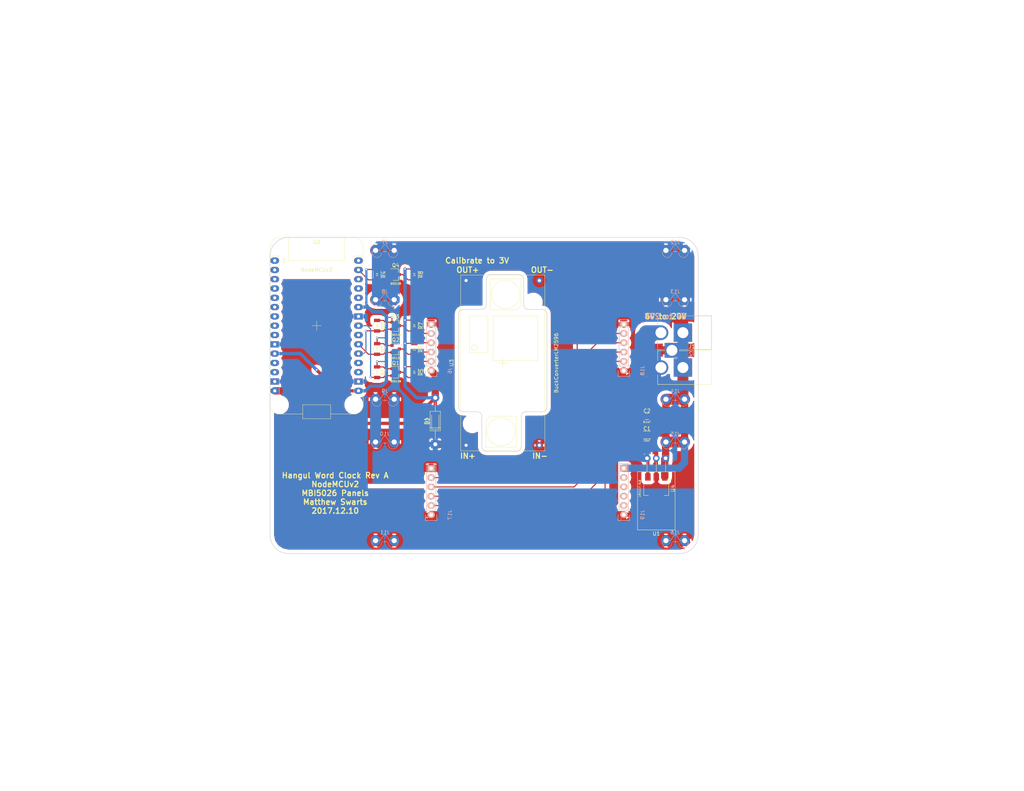
<source format=kicad_pcb>
(kicad_pcb (version 4) (host pcbnew 4.0.4-stable)
  (title_block (title "Hangul Word Clock NodeMCUv2") (date 2017-12-10) (rev A) (company "Matthew Swarts"))
  (layers (0 F.Cu signal) (31 B.Cu signal) (34 B.Paste user) (35 F.Paste user) (36 B.SilkS user) (37 F.SilkS user) (38 B.Mask user) (39 F.Mask user) (44 Edge.Cuts user))
  (net 0 "")
  (net 1 V5.0)
  (net 2 GND)
  (net 3 Vin)
  (net 4 VLED)
  (net 5 PClock)
  (net 6 PData)
  (net 7 PEnable)
  (net 8 PStrobe)
  (net 9 B)
  (net 10 C)
  (net 11 D)
  (net 12 E)
  (net 13 V3.3)
  (net 14 PClock3.3)
  (net 15 PData3.3)
  (net 16 PEnable3.3)
  (net 17 PStrobe3.3)
  (module MyKiCadParts:LM2596Module (layer F.Cu) (at 137.16 99.06 90)
    (fp_text reference U3 (at 0 -13.97 90) (layer F.SilkS))
    (fp_text value BuckConverterLM2596 (at 0 14.605 90) (layer F.SilkS))
    (pad "" np_thru_hole circle (at -16.59 -8.32 90) (size 3.2 3.2) (drill 3.2) (layers *.Cu *.Mask))
    (pad "" np_thru_hole circle (at 16.59 8.32 90) (size 3.2 3.2) (drill 3.2) (layers *.Cu *.Mask))
    (pad 1 thru_hole circle (at -22.5 -10 90) (size 1.7 1.7) (drill 0.85) (layers *.Cu *.Mask) (net 3 Vin))
    (pad 2 thru_hole circle (at -22.5 10 90) (size 1.7 1.7) (drill 0.85) (layers *.Cu *.Mask) (net 2 GND))
    (pad 3 thru_hole circle (at 22.5 10 90) (size 1.7 1.7) (drill 0.85) (layers *.Cu *.Mask) (net 2 GND))
    (pad 4 thru_hole circle (at 22.5 -10 90) (size 1.7 1.7) (drill 0.85) (layers *.Cu *.Mask) (net 4 VLED))
  )
  (module Capacitors_SMD:C_1206 (layer F.Cu) (at 176.53 118.745)
    (fp_text reference C1 (at 0 -1.75) (layer F.SilkS))
    (fp_text value 10uF (at 0 1.5) (layer F.SilkS) (effects (font (size 0.5 0.5) (thickness 0.1))))
    (pad 1 smd rect (at -1.5 0) (size 1 1.6) (layers F.Cu F.Paste F.Mask) (net 1 V5.0))
    (pad 2 smd rect (at 1.5 0) (size 1 1.6) (layers F.Cu F.Paste F.Mask) (net 2 GND))
  )
  (module Capacitors_SMD:C_0805 (layer F.Cu) (at 176.53 113.665)
    (fp_text reference C2 (at 0 -1.5) (layer F.SilkS))
    (fp_text value 0.1uF (at 0 1.5) (layer F.SilkS) (effects (font (size 0.5 0.5) (thickness 0.1))))
    (pad 1 smd rect (at -1 0) (size 1 1.25) (layers F.Cu F.Paste F.Mask) (net 1 V5.0))
    (pad 2 smd rect (at 1 0) (size 1 1.25) (layers F.Cu F.Paste F.Mask) (net 2 GND))
  )
  (module Diodes_THT:D_DO-41_SOD81_P12.70mm_Horizontal (layer F.Cu) (at 118.745 121.285 90)
    (fp_text reference D1 (at 6.35 -2.41 90) (layer F.SilkS))
    (fp_text value D)
    (pad 1 thru_hole rect (at 0 0 90) (size 2.2 2.2) (drill 1.1) (layers *.Cu *.Mask) (net 3 Vin))
    (pad 2 thru_hole oval (at 12.7 0 90) (size 2.2 2.2) (drill 1.1) (layers *.Cu *.Mask) (net 1 V5.0))
  )
  (module Connectors:BARREL_JACK (layer F.Cu) (at 180.34 100.33 180)
    (fp_text reference J1 (at -8.45 5.75 360) (layer F.SilkS))
    (fp_text value Barrel_Jack)
    (pad 1 thru_hole oval (at 0 0 180) (size 8 4) (drill 3 (offset 2 0)) (layers *.Cu *.Mask) (net 3 Vin))
    (pad 2 thru_hole rect (at -6 0 180) (size 5 5) (drill 3) (layers *.Cu *.Mask) (net 2 GND))
    (pad 3 thru_hole rect (at -3 4.7 180) (size 4 4) (drill 3) (layers *.Cu *.Mask) (net 2 GND))
  )
  (module Socket_Strips:Socket_Strip_Straight_1x06 (layer B.Cu) (at 117.625 101.175 90)
    (fp_text reference J6 (at 0 5.1 90) (layer B.SilkS) (effects (justify mirror)))
    (fp_text value Conn_01x06)
    (pad 1 thru_hole oval (at 0 0 90) (size 1.7272 2.032) (drill 1.016) (layers *.Cu *.Mask B.SilkS) (net 1 V5.0))
    (pad 2 thru_hole oval (at 2.54 0 90) (size 1.7272 2.032) (drill 1.016) (layers *.Cu *.Mask B.SilkS) (net 5 PClock))
    (pad 3 thru_hole oval (at 5.08 0 90) (size 1.7272 2.032) (drill 1.016) (layers *.Cu *.Mask B.SilkS) (net 6 PData))
    (pad 4 thru_hole oval (at 7.62 0 90) (size 1.7272 2.032) (drill 1.016) (layers *.Cu *.Mask B.SilkS) (net 7 PEnable))
    (pad 5 thru_hole oval (at 10.16 0 90) (size 1.7272 2.032) (drill 1.016) (layers *.Cu *.Mask B.SilkS) (net 8 PStrobe))
    (pad 6 thru_hole rect (at 12.7 0 90) (size 1.7272 2.032) (drill 1.016) (layers *.Cu *.Mask B.SilkS) (net 2 GND))
  )
  (module MyKiCadParts:1217080-1 (layer B.Cu) (at 104.99598 68.64096)
    (fp_text reference J7 (at 0 -2.54) (layer B.SilkS) (effects (justify mirror)))
    (fp_text value Conn_01x01)
    (pad 1 thru_hole circle (at -2.54 -0.3048) (size 2.8 2.8) (drill 1.4) (layers *.Cu *.Mask) (net 4 VLED))
    (pad 1 thru_hole circle (at 2.54 -0.3048) (size 2.8 2.8) (drill 1.4) (layers *.Cu *.Mask) (net 4 VLED))
  )
  (module MyKiCadParts:1217080-1 (layer B.Cu) (at 104.99344 82.10296)
    (fp_text reference J8 (at 0 -2.54) (layer B.SilkS) (effects (justify mirror)))
    (fp_text value Conn_01x01)
    (pad 1 thru_hole circle (at -2.54 -0.3048) (size 2.8 2.8) (drill 1.4) (layers *.Cu *.Mask) (net 4 VLED))
    (pad 1 thru_hole circle (at 2.54 -0.3048) (size 2.8 2.8) (drill 1.4) (layers *.Cu *.Mask) (net 4 VLED))
  )
  (module MyKiCadParts:1217080-1 (layer B.Cu) (at 104.99344 109.28096)
    (fp_text reference J9 (at 0 -2.54) (layer B.SilkS) (effects (justify mirror)))
    (fp_text value Conn_01x01)
    (pad 1 thru_hole circle (at -2.54 -0.3048) (size 2.8 2.8) (drill 1.4) (layers *.Cu *.Mask) (net 2 GND))
    (pad 1 thru_hole circle (at 2.54 -0.3048) (size 2.8 2.8) (drill 1.4) (layers *.Cu *.Mask) (net 2 GND))
  )
  (module MyKiCadParts:1217080-1 (layer B.Cu) (at 104.99344 120.96496)
    (fp_text reference J10 (at 0 -2.54) (layer B.SilkS) (effects (justify mirror)))
    (fp_text value Conn_01x01)
    (pad 1 thru_hole circle (at -2.54 -0.3048) (size 2.8 2.8) (drill 1.4) (layers *.Cu *.Mask) (net 2 GND))
    (pad 1 thru_hole circle (at 2.54 -0.3048) (size 2.8 2.8) (drill 1.4) (layers *.Cu *.Mask) (net 2 GND))
  )
  (module MyKiCadParts:1217080-1 (layer B.Cu) (at 104.99344 147.88896)
    (fp_text reference J11 (at 0 -2.54) (layer B.SilkS) (effects (justify mirror)))
    (fp_text value Conn_01x01)
    (pad 1 thru_hole circle (at -2.54 -0.3048) (size 2.8 2.8) (drill 1.4) (layers *.Cu *.Mask) (net 1 V5.0))
    (pad 1 thru_hole circle (at 2.54 -0.3048) (size 2.8 2.8) (drill 1.4) (layers *.Cu *.Mask) (net 1 V5.0))
  )
  (module MyKiCadParts:1217080-1 (layer B.Cu) (at 184.24144 68.64096)
    (fp_text reference J12 (at 0 -2.54) (layer B.SilkS) (effects (justify mirror)))
    (fp_text value Conn_01x01)
    (pad 1 thru_hole circle (at -2.54 -0.3048) (size 2.8 2.8) (drill 1.4) (layers *.Cu *.Mask) (net 4 VLED))
    (pad 1 thru_hole circle (at 2.54 -0.3048) (size 2.8 2.8) (drill 1.4) (layers *.Cu *.Mask) (net 4 VLED))
  )
  (module MyKiCadParts:1217080-1 (layer B.Cu) (at 184.24144 82.10296)
    (fp_text reference J13 (at 0 -2.54) (layer B.SilkS) (effects (justify mirror)))
    (fp_text value Conn_01x01)
    (pad 1 thru_hole circle (at -2.54 -0.3048) (size 2.8 2.8) (drill 1.4) (layers *.Cu *.Mask) (net 4 VLED))
    (pad 1 thru_hole circle (at 2.54 -0.3048) (size 2.8 2.8) (drill 1.4) (layers *.Cu *.Mask) (net 4 VLED))
  )
  (module MyKiCadParts:1217080-1 (layer B.Cu) (at 184.24144 109.28096)
    (fp_text reference J14 (at 0 -2.54) (layer B.SilkS) (effects (justify mirror)))
    (fp_text value Conn_01x01)
    (pad 1 thru_hole circle (at -2.54 -0.3048) (size 2.8 2.8) (drill 1.4) (layers *.Cu *.Mask) (net 2 GND))
    (pad 1 thru_hole circle (at 2.54 -0.3048) (size 2.8 2.8) (drill 1.4) (layers *.Cu *.Mask) (net 2 GND))
  )
  (module MyKiCadParts:1217080-1 (layer B.Cu) (at 184.24144 120.96496)
    (fp_text reference J15 (at 0 -2.54) (layer B.SilkS) (effects (justify mirror)))
    (fp_text value Conn_01x01)
    (pad 1 thru_hole circle (at -2.54 -0.3048) (size 2.8 2.8) (drill 1.4) (layers *.Cu *.Mask) (net 2 GND))
    (pad 1 thru_hole circle (at 2.54 -0.3048) (size 2.8 2.8) (drill 1.4) (layers *.Cu *.Mask) (net 2 GND))
  )
  (module MyKiCadParts:1217080-1 (layer B.Cu) (at 184.24144 147.88896)
    (fp_text reference J16 (at 0 -2.54) (layer B.SilkS) (effects (justify mirror)))
    (fp_text value Conn_01x01)
    (pad 1 thru_hole circle (at -2.54 -0.3048) (size 2.8 2.8) (drill 1.4) (layers *.Cu *.Mask) (net 1 V5.0))
    (pad 1 thru_hole circle (at 2.54 -0.3048) (size 2.8 2.8) (drill 1.4) (layers *.Cu *.Mask) (net 1 V5.0))
  )
  (module Socket_Strips:Socket_Strip_Straight_1x06 (layer B.Cu) (at 117.625 140.55 90)
    (fp_text reference J17 (at 0 5.1 90) (layer B.SilkS) (effects (justify mirror)))
    (fp_text value Conn_01x06)
    (pad 1 thru_hole oval (at 0 0 90) (size 1.7272 2.032) (drill 1.016) (layers *.Cu *.Mask B.SilkS) (net 1 V5.0))
    (pad 2 thru_hole oval (at 2.54 0 90) (size 1.7272 2.032) (drill 1.016) (layers *.Cu *.Mask B.SilkS) (net 9 B))
    (pad 3 thru_hole oval (at 5.08 0 90) (size 1.7272 2.032) (drill 1.016) (layers *.Cu *.Mask B.SilkS) (net 10 C))
    (pad 4 thru_hole oval (at 7.62 0 90) (size 1.7272 2.032) (drill 1.016) (layers *.Cu *.Mask B.SilkS) (net 11 D))
    (pad 5 thru_hole oval (at 10.16 0 90) (size 1.7272 2.032) (drill 1.016) (layers *.Cu *.Mask B.SilkS) (net 12 E))
    (pad 6 thru_hole rect (at 12.7 0 90) (size 1.7272 2.032) (drill 1.016) (layers *.Cu *.Mask B.SilkS) (net 2 GND))
  )
  (module Socket_Strips:Socket_Strip_Straight_1x06 (layer B.Cu) (at 170.2 101.175 90)
    (fp_text reference J18 (at 0 5.1 90) (layer B.SilkS) (effects (justify mirror)))
    (fp_text value Conn_01x06)
    (pad 1 thru_hole oval (at 0 0 90) (size 1.7272 2.032) (drill 1.016) (layers *.Cu *.Mask B.SilkS) (net 1 V5.0))
    (pad 2 thru_hole oval (at 2.54 0 90) (size 1.7272 2.032) (drill 1.016) (layers *.Cu *.Mask B.SilkS) (net 9 B))
    (pad 3 thru_hole oval (at 5.08 0 90) (size 1.7272 2.032) (drill 1.016) (layers *.Cu *.Mask B.SilkS) (net 10 C))
    (pad 4 thru_hole oval (at 7.62 0 90) (size 1.7272 2.032) (drill 1.016) (layers *.Cu *.Mask B.SilkS) (net 11 D))
    (pad 5 thru_hole oval (at 10.16 0 90) (size 1.7272 2.032) (drill 1.016) (layers *.Cu *.Mask B.SilkS) (net 12 E))
    (pad 6 thru_hole rect (at 12.7 0 90) (size 1.7272 2.032) (drill 1.016) (layers *.Cu *.Mask B.SilkS) (net 2 GND))
  )
  (module Socket_Strips:Socket_Strip_Straight_1x06 (layer B.Cu) (at 170.2 140.525 90)
    (fp_text reference J19 (at 0 5.1 90) (layer B.SilkS) (effects (justify mirror)))
    (fp_text value Conn_01x06)
    (pad 1 thru_hole oval (at 0 0 90) (size 1.7272 2.032) (drill 1.016) (layers *.Cu *.Mask B.SilkS) (net 1 V5.0))
    (pad 2 thru_hole oval (at 2.54 0 90) (size 1.7272 2.032) (drill 1.016) (layers *.Cu *.Mask B.SilkS))
    (pad 3 thru_hole oval (at 5.08 0 90) (size 1.7272 2.032) (drill 1.016) (layers *.Cu *.Mask B.SilkS))
    (pad 4 thru_hole oval (at 7.62 0 90) (size 1.7272 2.032) (drill 1.016) (layers *.Cu *.Mask B.SilkS))
    (pad 5 thru_hole oval (at 10.16 0 90) (size 1.7272 2.032) (drill 1.016) (layers *.Cu *.Mask B.SilkS))
    (pad 6 thru_hole rect (at 12.7 0 90) (size 1.7272 2.032) (drill 1.016) (layers *.Cu *.Mask B.SilkS) (net 2 GND))
  )
  (module TO_SOT_Packages_SMD:SOT-23 (layer F.Cu) (at 107.95 101.6)
    (fp_text reference Q1 (at 0 -2.5) (layer F.SilkS))
    (fp_text value BSS138 (at 0 2.5) (layer F.SilkS) (effects (font (size 0.5 0.5) (thickness 0.1))))
    (pad 1 smd rect (at -1 -0.95) (size 0.9 0.8) (layers F.Cu F.Paste F.Mask) (net 13 V3.3))
    (pad 2 smd rect (at -1 0.95) (size 0.9 0.8) (layers F.Cu F.Paste F.Mask) (net 14 PClock3.3))
    (pad 3 smd rect (at 1 0) (size 0.9 0.8) (layers F.Cu F.Paste F.Mask) (net 5 PClock))
  )
  (module TO_SOT_Packages_SMD:SOT-23 (layer F.Cu) (at 107.95 95.25)
    (fp_text reference Q2 (at 0 -2.5) (layer F.SilkS))
    (fp_text value BSS138 (at 0 2.5) (layer F.SilkS) (effects (font (size 0.5 0.5) (thickness 0.1))))
    (pad 1 smd rect (at -1 -0.95) (size 0.9 0.8) (layers F.Cu F.Paste F.Mask) (net 13 V3.3))
    (pad 2 smd rect (at -1 0.95) (size 0.9 0.8) (layers F.Cu F.Paste F.Mask) (net 15 PData3.3))
    (pad 3 smd rect (at 1 0) (size 0.9 0.8) (layers F.Cu F.Paste F.Mask) (net 6 PData))
  )
  (module TO_SOT_Packages_SMD:SOT-23 (layer F.Cu) (at 107.95 88.9)
    (fp_text reference Q3 (at 0 -2.5) (layer F.SilkS))
    (fp_text value BSS138 (at 0 2.5) (layer F.SilkS) (effects (font (size 0.5 0.5) (thickness 0.1))))
    (pad 1 smd rect (at -1 -0.95) (size 0.9 0.8) (layers F.Cu F.Paste F.Mask) (net 13 V3.3))
    (pad 2 smd rect (at -1 0.95) (size 0.9 0.8) (layers F.Cu F.Paste F.Mask) (net 16 PEnable3.3))
    (pad 3 smd rect (at 1 0) (size 0.9 0.8) (layers F.Cu F.Paste F.Mask) (net 7 PEnable))
  )
  (module TO_SOT_Packages_SMD:SOT-23 (layer F.Cu) (at 107.95 74.93)
    (fp_text reference Q4 (at 0 -2.5) (layer F.SilkS))
    (fp_text value BSS138 (at 0 2.5) (layer F.SilkS) (effects (font (size 0.5 0.5) (thickness 0.1))))
    (pad 1 smd rect (at -1 -0.95) (size 0.9 0.8) (layers F.Cu F.Paste F.Mask) (net 13 V3.3))
    (pad 2 smd rect (at -1 0.95) (size 0.9 0.8) (layers F.Cu F.Paste F.Mask) (net 17 PStrobe3.3))
    (pad 3 smd rect (at 1 0) (size 0.9 0.8) (layers F.Cu F.Paste F.Mask) (net 8 PStrobe))
  )
  (module Resistors_SMD:R_1206 (layer F.Cu) (at 102.87 101.6 270)
    (fp_text reference R1 (at 0 -1.85 270) (layer F.SilkS))
    (fp_text value 1K (at 0 0 270) (layer F.SilkS) (effects (font (size 0.5 0.5) (thickness 0.1))))
    (pad 1 smd rect (at -1.45 0 270) (size 0.9 1.7) (layers F.Cu F.Paste F.Mask) (net 13 V3.3))
    (pad 2 smd rect (at 1.45 0 270) (size 0.9 1.7) (layers F.Cu F.Paste F.Mask) (net 14 PClock3.3))
  )
  (module Resistors_SMD:R_1206 (layer F.Cu) (at 102.87 95.25 270)
    (fp_text reference R2 (at 0 -1.85 270) (layer F.SilkS))
    (fp_text value 1K (at 0 0 270) (layer F.SilkS) (effects (font (size 0.5 0.5) (thickness 0.1))))
    (pad 1 smd rect (at -1.45 0 270) (size 0.9 1.7) (layers F.Cu F.Paste F.Mask) (net 13 V3.3))
    (pad 2 smd rect (at 1.45 0 270) (size 0.9 1.7) (layers F.Cu F.Paste F.Mask) (net 15 PData3.3))
  )
  (module Resistors_SMD:R_1206 (layer F.Cu) (at 102.87 88.9 270)
    (fp_text reference R3 (at 0 -1.85 270) (layer F.SilkS))
    (fp_text value 1K (at 0 0 270) (layer F.SilkS) (effects (font (size 0.5 0.5) (thickness 0.1))))
    (pad 1 smd rect (at -1.45 0 270) (size 0.9 1.7) (layers F.Cu F.Paste F.Mask) (net 13 V3.3))
    (pad 2 smd rect (at 1.45 0 270) (size 0.9 1.7) (layers F.Cu F.Paste F.Mask) (net 16 PEnable3.3))
  )
  (module Resistors_SMD:R_1206 (layer F.Cu) (at 102.87 74.93 270)
    (fp_text reference R4 (at 0 -1.85 270) (layer F.SilkS))
    (fp_text value 1K (at 0 0 270) (layer F.SilkS) (effects (font (size 0.5 0.5) (thickness 0.1))))
    (pad 1 smd rect (at -1.45 0 270) (size 0.9 1.7) (layers F.Cu F.Paste F.Mask) (net 13 V3.3))
    (pad 2 smd rect (at 1.45 0 270) (size 0.9 1.7) (layers F.Cu F.Paste F.Mask) (net 17 PStrobe3.3))
  )
  (module Resistors_SMD:R_1206 (layer F.Cu) (at 113.03 101.6 270)
    (fp_text reference R5 (at 0 -1.85 270) (layer F.SilkS))
    (fp_text value 1K (at 0 0 270) (layer F.SilkS) (effects (font (size 0.5 0.5) (thickness 0.1))))
    (pad 1 smd rect (at -1.45 0 270) (size 0.9 1.7) (layers F.Cu F.Paste F.Mask) (net 1 V5.0))
    (pad 2 smd rect (at 1.45 0 270) (size 0.9 1.7) (layers F.Cu F.Paste F.Mask) (net 5 PClock))
  )
  (module Resistors_SMD:R_1206 (layer F.Cu) (at 113.03 95.25 270)
    (fp_text reference R6 (at 0 -1.85 270) (layer F.SilkS))
    (fp_text value 1K (at 0 0 270) (layer F.SilkS) (effects (font (size 0.5 0.5) (thickness 0.1))))
    (pad 1 smd rect (at -1.45 0 270) (size 0.9 1.7) (layers F.Cu F.Paste F.Mask) (net 1 V5.0))
    (pad 2 smd rect (at 1.45 0 270) (size 0.9 1.7) (layers F.Cu F.Paste F.Mask) (net 6 PData))
  )
  (module Resistors_SMD:R_1206 (layer F.Cu) (at 113.03 88.9 270)
    (fp_text reference R7 (at 0 -1.85 270) (layer F.SilkS))
    (fp_text value 1K (at 0 0 270) (layer F.SilkS) (effects (font (size 0.5 0.5) (thickness 0.1))))
    (pad 1 smd rect (at -1.45 0 270) (size 0.9 1.7) (layers F.Cu F.Paste F.Mask) (net 1 V5.0))
    (pad 2 smd rect (at 1.45 0 270) (size 0.9 1.7) (layers F.Cu F.Paste F.Mask) (net 7 PEnable))
  )
  (module Resistors_SMD:R_1206 (layer F.Cu) (at 113.03 74.93 270)
    (fp_text reference R8 (at 0 -1.85 270) (layer F.SilkS))
    (fp_text value 1K (at 0 0 270) (layer F.SilkS) (effects (font (size 0.5 0.5) (thickness 0.1))))
    (pad 1 smd rect (at -1.45 0 270) (size 0.9 1.7) (layers F.Cu F.Paste F.Mask) (net 1 V5.0))
    (pad 2 smd rect (at 1.45 0 270) (size 0.9 1.7) (layers F.Cu F.Paste F.Mask) (net 8 PStrobe))
  )
  (module TO_SOT_Packages_THT:TO-220_Horizontal (layer F.Cu) (at 181.61 125.095 180)
    (fp_text reference U1 (at 2.54 -20.58 180) (layer F.SilkS))
    (fp_text value LM1117-5.0)
    (pad 1 thru_hole rect (at 0 0 180) (size 1.8 1.8) (drill 1) (layers *.Cu *.Mask) (net 2 GND))
    (pad 2 thru_hole oval (at 2.54 0 180) (size 1.8 1.8) (drill 1) (layers *.Cu *.Mask) (net 1 V5.0))
    (pad 3 thru_hole oval (at 5.08 0 180) (size 1.8 1.8) (drill 1) (layers *.Cu *.Mask) (net 3 Vin))
  )
  (module MyKiCadParts:NodeMCU_V1.0 (layer F.Cu) (at 86.36 88.9)
    (fp_text reference U2 (at 0 -22.86) (layer F.SilkS))
    (fp_text value NodeMCUv2 (at 0 -15.24) (layer F.SilkS))
    (fp_text user 1 (at -8.89 -17.78) (layer F.SilkS))
    (pad 1 thru_hole oval (at -11.43 -17.78) (size 2.4 1.7) (drill 0.85) (layers *.Cu *.Mask))
    (pad 17 thru_hole rect (at 11.43 15.24) (size 2.4 1.7) (drill 0.85) (layers *.Cu *.Mask) (net 2 GND))
    (pad 2 thru_hole oval (at -11.43 -15.24) (size 2.4 1.7) (drill 0.85) (layers *.Cu *.Mask))
    (pad 18 thru_hole oval (at 11.43 12.7) (size 2.4 1.7) (drill 0.85) (layers *.Cu *.Mask))
    (pad 3 thru_hole oval (at -11.43 -12.7) (size 2.4 1.7) (drill 0.85) (layers *.Cu *.Mask))
    (pad 19 thru_hole oval (at 11.43 10.16) (size 2.4 1.7) (drill 0.85) (layers *.Cu *.Mask))
    (pad 4 thru_hole oval (at -11.43 -10.16) (size 2.4 1.7) (drill 0.85) (layers *.Cu *.Mask))
    (pad 20 thru_hole oval (at 11.43 7.62) (size 2.4 1.7) (drill 0.85) (layers *.Cu *.Mask) (net 16 PEnable3.3))
    (pad 5 thru_hole oval (at -11.43 -7.62) (size 2.4 1.7) (drill 0.85) (layers *.Cu *.Mask))
    (pad 21 thru_hole oval (at 11.43 5.08) (size 2.4 1.7) (drill 0.85) (layers *.Cu *.Mask) (net 15 PData3.3))
    (pad 6 thru_hole oval (at -11.43 -5.08) (size 2.4 1.7) (drill 0.85) (layers *.Cu *.Mask))
    (pad 22 thru_hole oval (at 11.43 2.54) (size 2.4 1.7) (drill 0.85) (layers *.Cu *.Mask))
    (pad 7 thru_hole oval (at -11.43 -2.54) (size 2.4 1.7) (drill 0.85) (layers *.Cu *.Mask))
    (pad 23 thru_hole oval (at 11.43 0) (size 2.4 1.7) (drill 0.85) (layers *.Cu *.Mask) (net 14 PClock3.3))
    (pad 8 thru_hole oval (at -11.43 0) (size 2.4 1.7) (drill 0.85) (layers *.Cu *.Mask))
    (pad 24 thru_hole rect (at 11.43 -2.54) (size 2.4 1.7) (drill 0.85) (layers *.Cu *.Mask) (net 2 GND))
    (pad 9 thru_hole oval (at -11.43 2.54) (size 2.4 1.7) (drill 0.85) (layers *.Cu *.Mask))
    (pad 25 thru_hole oval (at 11.43 -5.08) (size 2.4 1.7) (drill 0.85) (layers *.Cu *.Mask) (net 13 V3.3))
    (pad 10 thru_hole rect (at -11.43 5.08) (size 2.4 1.7) (drill 0.85) (layers *.Cu *.Mask) (net 2 GND))
    (pad 26 thru_hole oval (at 11.43 -7.62) (size 2.4 1.7) (drill 0.85) (layers *.Cu *.Mask))
    (pad 11 thru_hole oval (at -11.43 7.62) (size 2.4 1.7) (drill 0.85) (layers *.Cu *.Mask) (net 13 V3.3))
    (pad 27 thru_hole oval (at 11.43 -10.16) (size 2.4 1.7) (drill 0.85) (layers *.Cu *.Mask))
    (pad 12 thru_hole oval (at -11.43 10.16) (size 2.4 1.7) (drill 0.85) (layers *.Cu *.Mask))
    (pad 28 thru_hole oval (at 11.43 -12.7) (size 2.4 1.7) (drill 0.85) (layers *.Cu *.Mask))
    (pad 13 thru_hole oval (at -11.43 12.7) (size 2.4 1.7) (drill 0.85) (layers *.Cu *.Mask))
    (pad 29 thru_hole oval (at 11.43 -15.24) (size 2.4 1.7) (drill 0.85) (layers *.Cu *.Mask) (net 17 PStrobe3.3))
    (pad 14 thru_hole rect (at -11.43 15.24) (size 2.4 1.7) (drill 0.85) (layers *.Cu *.Mask) (net 2 GND))
    (pad 30 thru_hole oval (at 11.43 -17.78) (size 2.4 1.7) (drill 0.85) (layers *.Cu *.Mask))
    (pad 15 thru_hole oval (at -11.43 17.78) (size 2.4 1.7) (drill 0.85) (layers *.Cu *.Mask) (net 1 V5.0))
    (pad 16 thru_hole oval (at 11.43 17.78) (size 2.4 1.7) (drill 0.85) (layers *.Cu *.Mask) (net 13 V3.3))
    (pad "" np_thru_hole circle (at 10.16 -21.59) (size 3.2 3.2) (drill 3.2) (layers *.Cu *.Mask))
    (pad "" np_thru_hole circle (at 10.16 21.59) (size 3.2 3.2) (drill 3.2) (layers *.Cu *.Mask))
    (pad "" np_thru_hole circle (at -10.16 21.59) (size 3.2 3.2) (drill 3.2) (layers *.Cu *.Mask))
  )
  (module Diodes_SMD:D_SOD-123 (layer F.Cu) (at 118.745 114.935 90)
    (fp_text reference D2 (at 0 -2 90) (layer F.SilkS))
    (fp_text value D)
    (pad 1 smd rect (at -1.65 0 90) (size 0.9 1.2) (layers F.Cu F.Paste F.Mask) (net 3 Vin))
    (pad 2 smd rect (at 1.65 0 90) (size 0.9 1.2) (layers F.Cu F.Paste F.Mask) (net 1 V5.0))
  )
  (module TO_SOT_Packages_SMD:SOT-223-3Lead_TabPin2 (layer F.Cu) (at 179.07 133.35 270)
    (fp_text reference U4 (at 0 -4.5 270) (layer F.SilkS))
    (fp_text value LM1117-5.0 (at 0 4.5 270) (layer F.SilkS) (effects (font (size 0.5 0.5) (thickness 0.1))))
    (pad 2 smd rect (at 3.15 0 270) (size 2 3.8) (layers F.Cu F.Paste F.Mask) (net 1 V5.0))
    (pad 2 smd rect (at -3.15 0 270) (size 2 1.5) (layers F.Cu F.Paste F.Mask) (net 1 V5.0))
    (pad 3 smd rect (at -3.15 2.3 270) (size 2 1.5) (layers F.Cu F.Paste F.Mask) (net 3 Vin))
    (pad 1 smd rect (at -3.15 -2.3 270) (size 2 1.5) (layers F.Cu F.Paste F.Mask) (net 2 GND))
  )
  (module Connectors:BARREL_JACK (layer B.Cu) (at 180.34 90.805 180)
    (fp_text reference J2 (at -8.45 -5.75 360) (layer B.SilkS) (effects (justify mirror)))
    (fp_text value Barrel_Jack)
    (pad 1 thru_hole oval (at 0 0 180) (size 8 4) (drill 3 (offset 2 0)) (layers *.Cu *.Mask) (net 3 Vin))
    (pad 2 thru_hole rect (at -6 0 180) (size 5 5) (drill 3) (layers *.Cu *.Mask) (net 2 GND))
  )
  (gr_text "Hangul Word Clock Rev A\nNodeMCUv2\nMBI5026 Panels\nMatthew Swarts\n2017.12.10" (at 91.44 134.62) (layer F.SilkS) (effects (font (size 1.5 1.5) (thickness 0.3))))
  (gr_text "Calibrate to 3V" (at 130.175 71.12) (layer F.SilkS) (effects (font (size 1.5 1.5) (thickness 0.3))))
  (gr_text OUT+ (at 127.635 73.66) (layer F.SilkS) (effects (font (size 1.5 1.5) (thickness 0.3))))
  (gr_text OUT- (at 147.955 73.66) (layer F.SilkS) (effects (font (size 1.5 1.5) (thickness 0.3))))
  (gr_text IN- (at 147.32 124.46) (layer F.SilkS) (effects (font (size 1.5 1.5) (thickness 0.3))))
  (gr_text IN+ (at 127.635 124.46) (layer F.SilkS) (effects (font (size 1.5 1.5) (thickness 0.3))))
  (gr_text "6V to 20V" (at 181.61 86.36) (layer B.SilkS) (effects (font (size 1.5 1.5) (thickness 0.3)) (justify mirror)))
  (gr_text "6V to 20V" (at 181.61 86.36) (layer F.SilkS) (effects (font (size 1.5 1.5) (thickness 0.3))))
  (gr_line (start 142.875 83.185) (end 142.875 76.2) (angle 90) (layer Edge.Cuts) (width 0.15))
  (gr_line (start 147.955 84.455) (end 144.145 84.455) (angle 90) (layer Edge.Cuts) (width 0.15))
  (gr_line (start 149.225 111.125) (end 149.225 85.725) (angle 90) (layer Edge.Cuts) (width 0.15))
  (gr_line (start 143.51 112.395) (end 147.955 112.395) (angle 90) (layer Edge.Cuts) (width 0.15))
  (gr_line (start 142.24 121.92) (end 142.24 113.665) (angle 90) (layer Edge.Cuts) (width 0.15))
  (gr_line (start 132.715 123.19) (end 140.97 123.19) (angle 90) (layer Edge.Cuts) (width 0.15))
  (gr_line (start 131.445 113.665) (end 131.445 121.92) (angle 90) (layer Edge.Cuts) (width 0.15))
  (gr_line (start 126.365 112.395) (end 130.175 112.395) (angle 90) (layer Edge.Cuts) (width 0.15))
  (gr_line (start 125.095 85.725) (end 125.095 111.125) (angle 90) (layer Edge.Cuts) (width 0.15))
  (gr_line (start 131.445 84.455) (end 126.365 84.455) (angle 90) (layer Edge.Cuts) (width 0.15))
  (gr_line (start 132.715 76.2) (end 132.715 83.185) (angle 90) (layer Edge.Cuts) (width 0.15))
  (gr_line (start 141.605 74.93) (end 133.985 74.93) (angle 90) (layer Edge.Cuts) (width 0.15))
  (gr_arc (start 141.605 76.2) (end 141.605 74.93) (angle 90) (layer Edge.Cuts) (width 0.15))
  (gr_arc (start 144.145 83.185) (end 144.145 84.455) (angle 90) (layer Edge.Cuts) (width 0.15))
  (gr_arc (start 147.955 85.725) (end 147.955 84.455) (angle 90) (layer Edge.Cuts) (width 0.15))
  (gr_arc (start 147.955 111.125) (end 149.225 111.125) (angle 90) (layer Edge.Cuts) (width 0.15))
  (gr_arc (start 143.51 113.665) (end 142.24 113.665) (angle 90) (layer Edge.Cuts) (width 0.15))
  (gr_arc (start 140.97 121.92) (end 142.24 121.92) (angle 90) (layer Edge.Cuts) (width 0.15))
  (gr_arc (start 132.715 121.92) (end 132.715 123.19) (angle 90) (layer Edge.Cuts) (width 0.15))
  (gr_arc (start 130.175 113.665) (end 130.175 112.395) (angle 90) (layer Edge.Cuts) (width 0.15))
  (gr_arc (start 126.365 111.125) (end 126.365 112.395) (angle 90) (layer Edge.Cuts) (width 0.15))
  (gr_arc (start 126.365 85.725) (end 125.095 85.725) (angle 90) (layer Edge.Cuts) (width 0.15))
  (gr_arc (start 131.445 83.185) (end 132.715 83.185) (angle 90) (layer Edge.Cuts) (width 0.15))
  (gr_arc (start 133.985 76.2) (end 132.715 76.2) (angle 90) (layer Edge.Cuts) (width 0.15))
  (gr_line (start 78.74 151.13) (end 185.42 151.13) (angle 90) (layer Edge.Cuts) (width 0.15))
  (gr_line (start 185.42 64.77) (end 78.74 64.77) (angle 90) (layer Edge.Cuts) (width 0.15))
  (gr_line (start 73.66 69.85) (end 73.66 146.05) (angle 90) (layer Edge.Cuts) (width 0.15))
  (gr_line (start 190.5 146.05) (end 190.5 69.85) (angle 90) (layer Edge.Cuts) (width 0.15))
  (gr_arc (start 78.74 146.05) (end 78.74 151.13) (angle 90) (layer Edge.Cuts) (width 0.15))
  (gr_arc (start 185.42 146.05) (end 190.5 146.05) (angle 90) (layer Edge.Cuts) (width 0.15))
  (gr_arc (start 78.74 69.85) (end 73.66 69.85) (angle 90) (layer Edge.Cuts) (width 0.15))
  (gr_arc (start 185.42 69.85) (end 185.42 64.77) (angle 90) (layer Edge.Cuts) (width 0.15))
  (segment (start 175.53 113.665) (end 167.64 113.665) (width 0.9) (layer F.Cu) (net 1))
  (segment (start 118.745 108.585) (end 113.665 108.585) (width 0.9) (layer B.Cu) (net 1))
  (segment (start 113.665 108.585) (end 110.49 105.41) (width 0.9) (layer B.Cu) (net 1))
  (segment (start 83.82 115.57) (end 111.76 115.57) (width 0.9) (layer F.Cu) (net 1))
  (segment (start 111.76 115.57) (end 118.745 108.585) (width 0.9) (layer F.Cu) (net 1))
  (segment (start 179.07 147.58416) (end 179.07 136.5) (width 3) (layer F.Cu) (net 1))
  (segment (start 118.745 113.285) (end 118.745 108.585) (width 0.9) (layer F.Cu) (net 1))
  (segment (start 117.625 101.175) (end 118.745 102.295) (width 2) (layer F.Cu) (net 1))
  (segment (start 118.745 102.295) (end 118.745 108.585) (width 2) (layer F.Cu) (net 1))
  (segment (start 74.93 106.68) (end 81.28 106.68) (width 2) (layer F.Cu) (net 1))
  (segment (start 89.16416 147.58416) (end 102.45344 147.58416) (width 2) (layer F.Cu) (net 1))
  (segment (start 83.82 142.24) (end 89.16416 147.58416) (width 2) (layer F.Cu) (net 1))
  (segment (start 83.82 109.22) (end 83.82 115.57) (width 2) (layer F.Cu) (net 1))
  (segment (start 83.82 115.57) (end 83.82 142.24) (width 2) (layer F.Cu) (net 1))
  (segment (start 81.28 106.68) (end 83.82 109.22) (width 2) (layer F.Cu) (net 1))
  (segment (start 117.625 140.55) (end 117.625 147.58416) (width 2) (layer F.Cu) (net 1))
  (segment (start 116.84 147.32) (end 116.84 147.58416) (width 2) (layer F.Cu) (net 1))
  (segment (start 117.36084 147.32) (end 116.84 147.32) (width 2) (layer F.Cu) (net 1))
  (segment (start 117.625 147.58416) (end 117.36084 147.32) (width 2) (layer F.Cu) (net 1))
  (segment (start 181.70144 147.58416) (end 179.07 147.58416) (width 3) (layer F.Cu) (net 1))
  (segment (start 179.07 147.58416) (end 116.84 147.58416) (width 3) (layer F.Cu) (net 1))
  (segment (start 116.84 147.58416) (end 107.53344 147.58416) (width 3) (layer F.Cu) (net 1))
  (segment (start 179.07 130.2) (end 179.07 125.095) (width 0.9) (layer F.Cu) (net 1))
  (segment (start 179.07 130.2) (end 179.07 136.5) (width 0.9) (layer F.Cu) (net 1))
  (segment (start 170.2 140.525) (end 171.895 140.525) (width 0.9) (layer F.Cu) (net 1))
  (segment (start 175.92 136.5) (end 179.07 136.5) (width 0.9) (layer F.Cu) (net 1))
  (segment (start 171.895 140.525) (end 175.92 136.5) (width 0.9) (layer F.Cu) (net 1))
  (segment (start 175.53 113.665) (end 175.53 116.57) (width 0.9) (layer F.Cu) (net 1))
  (segment (start 175.03 117.07) (end 175.03 118.745) (width 0.9) (layer F.Cu) (net 1))
  (segment (start 175.53 116.57) (end 175.03 117.07) (width 0.9) (layer F.Cu) (net 1))
  (segment (start 175.03 118.745) (end 175.03 119.785) (width 0.9) (layer F.Cu) (net 1))
  (segment (start 175.03 119.785) (end 179.07 123.825) (width 0.9) (layer F.Cu) (net 1))
  (segment (start 179.07 123.825) (end 179.07 125.095) (width 0.9) (layer F.Cu) (net 1))
  (segment (start 113.03 73.48) (end 112.956 73.406) (width 0.3) (layer F.Cu) (net 1))
  (segment (start 112.956 73.406) (end 110.49 73.406) (width 0.3) (layer F.Cu) (net 1))
  (via (at 110.49 73.406) (size 0.6) (drill 0.4) (layers F.Cu B.Cu) (net 1))
  (segment (start 113.03 100.15) (end 112.956 100.076) (width 0.3) (layer F.Cu) (net 1))
  (segment (start 112.956 100.076) (end 110.49 100.076) (width 0.3) (layer F.Cu) (net 1))
  (via (at 110.49 100.076) (size 0.6) (drill 0.4) (layers F.Cu B.Cu) (net 1))
  (segment (start 113.03 93.8) (end 112.956 93.726) (width 0.3) (layer F.Cu) (net 1))
  (segment (start 112.956 93.726) (end 110.49 93.726) (width 0.3) (layer F.Cu) (net 1))
  (via (at 110.49 93.726) (size 0.6) (drill 0.4) (layers F.Cu B.Cu) (net 1))
  (segment (start 113.03 87.45) (end 112.956 87.376) (width 0.3) (layer F.Cu) (net 1))
  (segment (start 112.956 87.376) (end 110.49 87.376) (width 0.3) (layer F.Cu) (net 1))
  (via (at 110.49 87.376) (size 0.6) (drill 0.4) (layers F.Cu B.Cu) (net 1))
  (segment (start 113.03 73.48) (end 112.85 73.66) (width 0.3) (layer F.Cu) (net 1))
  (segment (start 110.49 105.41) (end 110.49 100.076) (width 0.9) (layer B.Cu) (net 1))
  (segment (start 110.49 100.076) (end 110.49 93.726) (width 0.9) (layer B.Cu) (net 1))
  (segment (start 110.49 93.726) (end 110.49 87.376) (width 0.9) (layer B.Cu) (net 1))
  (segment (start 110.49 87.376) (end 110.49 73.406) (width 0.9) (layer B.Cu) (net 1))
  (segment (start 160.02 140.55) (end 170.175 140.55) (width 2) (layer F.Cu) (net 1))
  (segment (start 170.175 140.55) (end 170.2 140.525) (width 0.3) (layer F.Cu) (net 1))
  (segment (start 117.625 140.55) (end 160.02 140.55) (width 2) (layer F.Cu) (net 1))
  (segment (start 160.02 140.55) (end 164.25 140.55) (width 0.3) (layer F.Cu) (net 1))
  (segment (start 167.64 137.16) (end 167.64 113.665) (width 2) (layer F.Cu) (net 1))
  (segment (start 164.25 140.55) (end 167.64 137.16) (width 2) (layer F.Cu) (net 1))
  (segment (start 167.64 113.665) (end 167.64 103.735) (width 2) (layer F.Cu) (net 1))
  (segment (start 167.64 103.735) (end 170.2 101.175) (width 2) (layer F.Cu) (net 1))
  (segment (start 102.45344 147.58416) (end 107.53344 147.58416) (width 3) (layer F.Cu) (net 1))
  (segment (start 181.70144 147.58416) (end 186.78144 147.58416) (width 3) (layer F.Cu) (net 1))
  (segment (start 102.45344 108.97616) (end 102.45344 120.66016) (width 3) (layer B.Cu) (net 2))
  (segment (start 107.53344 108.97616) (end 107.53344 120.66016) (width 3) (layer B.Cu) (net 2))
  (segment (start 186.34 100.33) (end 186.34 108.53472) (width 3) (layer F.Cu) (net 2))
  (segment (start 186.34 108.53472) (end 186.78144 108.97616) (width 3) (layer F.Cu) (net 2))
  (segment (start 170.2 88.475) (end 170.2 85.725) (width 2) (layer F.Cu) (net 2))
  (segment (start 170.2 85.725) (end 170.18 85.725) (width 2) (layer F.Cu) (net 2))
  (segment (start 186.34 90.805) (end 186.34 88.55) (width 3) (layer F.Cu) (net 2))
  (segment (start 186.34 88.55) (end 183.515 85.725) (width 3) (layer F.Cu) (net 2))
  (segment (start 183.515 85.725) (end 170.18 85.725) (width 3) (layer F.Cu) (net 2))
  (segment (start 164.105 85.725) (end 154.94 76.56) (width 3) (layer F.Cu) (net 2))
  (segment (start 170.18 85.725) (end 164.105 85.725) (width 3) (layer F.Cu) (net 2))
  (segment (start 183.34 95.63) (end 186.34 95.63) (width 3) (layer B.Cu) (net 2))
  (segment (start 186.085 95.885) (end 186.34 95.885) (width 3) (layer B.Cu) (net 2))
  (segment (start 186.34 95.63) (end 186.085 95.885) (width 3) (layer B.Cu) (net 2))
  (segment (start 186.34 90.805) (end 186.34 95.885) (width 3) (layer B.Cu) (net 2))
  (segment (start 186.34 95.885) (end 186.34 100.33) (width 3) (layer B.Cu) (net 2))
  (segment (start 123.444 71.374) (end 117.625 77.193) (width 2) (layer F.Cu) (net 2))
  (segment (start 117.625 77.193) (end 117.625 88.475) (width 2) (layer F.Cu) (net 2))
  (segment (start 147.16 76.56) (end 147.16 73.246) (width 2) (layer F.Cu) (net 2))
  (segment (start 145.288 71.374) (end 123.444 71.374) (width 2) (layer F.Cu) (net 2))
  (segment (start 147.16 73.246) (end 145.288 71.374) (width 2) (layer F.Cu) (net 2))
  (segment (start 170.2 127.825) (end 185.23 127.825) (width 2) (layer B.Cu) (net 2))
  (segment (start 186.78144 126.27356) (end 186.78144 120.66016) (width 2) (layer B.Cu) (net 2))
  (segment (start 185.23 127.825) (end 186.78144 126.27356) (width 2) (layer B.Cu) (net 2))
  (segment (start 154.94 82.55) (end 154.94 76.56) (width 2) (layer F.Cu) (net 2))
  (segment (start 154.94 76.56) (end 154.94 76.835) (width 2) (layer F.Cu) (net 2))
  (segment (start 154.94 76.835) (end 154.94 76.56) (width 2) (layer F.Cu) (net 2))
  (segment (start 154.94 76.56) (end 147.16 76.56) (width 3) (layer F.Cu) (net 2))
  (segment (start 178.03 118.745) (end 181.70144 118.745) (width 0.9) (layer F.Cu) (net 2))
  (segment (start 181.70144 118.745) (end 181.61 118.745) (width 0.9) (layer F.Cu) (net 2))
  (segment (start 181.61 118.745) (end 181.70144 118.745) (width 0.9) (layer F.Cu) (net 2))
  (segment (start 177.53 113.665) (end 181.70144 113.665) (width 0.9) (layer F.Cu) (net 2))
  (segment (start 181.70144 113.665) (end 181.61 113.665) (width 0.9) (layer F.Cu) (net 2))
  (segment (start 181.61 113.665) (end 181.70144 113.665) (width 0.9) (layer F.Cu) (net 2))
  (segment (start 186.78144 108.97616) (end 186.78144 120.66016) (width 2) (layer F.Cu) (net 2))
  (segment (start 181.70144 108.97616) (end 181.70144 113.665) (width 2) (layer F.Cu) (net 2))
  (segment (start 181.70144 113.665) (end 181.70144 118.745) (width 2) (layer F.Cu) (net 2))
  (segment (start 181.70144 118.745) (end 181.70144 120.66016) (width 2) (layer F.Cu) (net 2))
  (segment (start 117.625 127.85) (end 111.34 127.85) (width 2) (layer F.Cu) (net 2))
  (segment (start 107.53344 124.04344) (end 107.53344 120.66016) (width 2) (layer F.Cu) (net 2))
  (segment (start 111.34 127.85) (end 107.53344 124.04344) (width 2) (layer F.Cu) (net 2))
  (segment (start 154.94 92.71) (end 154.94 88.265) (width 2) (layer F.Cu) (net 2))
  (segment (start 154.94 88.265) (end 154.94 82.55) (width 2) (layer F.Cu) (net 2))
  (segment (start 147.16 121.56) (end 147.16 127.85) (width 2) (layer F.Cu) (net 2))
  (segment (start 147.32 127.635) (end 147.32 127.85) (width 2) (layer F.Cu) (net 2))
  (segment (start 147.32 127.69) (end 147.32 127.635) (width 2) (layer F.Cu) (net 2))
  (segment (start 147.16 127.85) (end 147.32 127.69) (width 2) (layer F.Cu) (net 2))
  (segment (start 181.37 130.2) (end 181.37 125.335) (width 2) (layer F.Cu) (net 2))
  (segment (start 181.37 125.335) (end 181.61 125.095) (width 0.9) (layer F.Cu) (net 2))
  (segment (start 177.53 113.665) (end 177.53 116.57) (width 0.9) (layer F.Cu) (net 2))
  (segment (start 178.03 117.07) (end 178.03 118.745) (width 0.9) (layer F.Cu) (net 2))
  (segment (start 177.53 116.57) (end 178.03 117.07) (width 0.9) (layer F.Cu) (net 2))
  (segment (start 181.61 125.095) (end 181.61 120.7516) (width 2) (layer F.Cu) (net 2))
  (segment (start 181.61 120.7516) (end 181.70144 120.66016) (width 0.9) (layer F.Cu) (net 2))
  (segment (start 117.625 127.85) (end 147.32 127.85) (width 2) (layer F.Cu) (net 2))
  (segment (start 147.32 127.85) (end 151.55 127.85) (width 2) (layer F.Cu) (net 2))
  (segment (start 154.94 124.46) (end 154.94 92.71) (width 2) (layer F.Cu) (net 2))
  (segment (start 151.55 127.85) (end 154.94 124.46) (width 2) (layer F.Cu) (net 2))
  (segment (start 169.775 88.9) (end 170.2 88.475) (width 0.3) (layer F.Cu) (net 2))
  (segment (start 107.53344 108.97616) (end 107.70616 108.97616) (width 0.9) (layer B.Cu) (net 2))
  (segment (start 102.45344 108.97616) (end 107.53344 108.97616) (width 3) (layer F.Cu) (net 2))
  (segment (start 102.45344 120.66016) (end 107.53344 120.66016) (width 3) (layer F.Cu) (net 2))
  (segment (start 181.70144 120.66016) (end 186.78144 120.66016) (width 3) (layer F.Cu) (net 2))
  (segment (start 181.70144 108.97616) (end 186.78144 108.97616) (width 3) (layer F.Cu) (net 2))
  (segment (start 176.53 125.095) (end 174.625 125.095) (width 2) (layer B.Cu) (net 3))
  (segment (start 174.625 125.095) (end 163.195 113.665) (width 2) (layer B.Cu) (net 3))
  (segment (start 180.34 100.33) (end 177.165 97.155) (width 3) (layer B.Cu) (net 3))
  (segment (start 177.165 97.155) (end 177.165 92.71) (width 3) (layer B.Cu) (net 3))
  (segment (start 177.165 92.71) (end 179.07 90.805) (width 3) (layer B.Cu) (net 3))
  (segment (start 179.07 90.805) (end 180.34 90.805) (width 3) (layer B.Cu) (net 3))
  (segment (start 174.625 95.885) (end 174.625 102.235) (width 3) (layer B.Cu) (net 3))
  (segment (start 174.625 102.235) (end 171.45 105.41) (width 3) (layer B.Cu) (net 3))
  (segment (start 180.34 100.33) (end 176.53 100.33) (width 3) (layer B.Cu) (net 3))
  (segment (start 176.53 100.33) (end 171.45 105.41) (width 3) (layer B.Cu) (net 3))
  (segment (start 171.45 105.41) (end 163.195 113.665) (width 3) (layer B.Cu) (net 3))
  (segment (start 163.195 113.665) (end 149.86 127) (width 3) (layer B.Cu) (net 3))
  (segment (start 127.16 124.62) (end 127.16 121.56) (width 3) (layer B.Cu) (net 3))
  (segment (start 129.54 127) (end 127.16 124.62) (width 3) (layer B.Cu) (net 3))
  (segment (start 149.86 127) (end 129.54 127) (width 3) (layer B.Cu) (net 3))
  (segment (start 176.53 100.33) (end 174.625 98.425) (width 3) (layer B.Cu) (net 3))
  (segment (start 180.34 90.805) (end 175.895 90.805) (width 3) (layer B.Cu) (net 3))
  (segment (start 175.895 90.805) (end 174.625 92.075) (width 3) (layer B.Cu) (net 3))
  (segment (start 174.625 92.075) (end 174.625 95.885) (width 3) (layer B.Cu) (net 3))
  (segment (start 174.625 95.885) (end 174.625 98.425) (width 3) (layer B.Cu) (net 3))
  (segment (start 180.34 100.33) (end 179.705 100.33) (width 3) (layer B.Cu) (net 3))
  (segment (start 118.745 116.585) (end 118.745 121.285) (width 0.9) (layer F.Cu) (net 3))
  (segment (start 118.745 121.285) (end 126.885 121.285) (width 2) (layer F.Cu) (net 3))
  (segment (start 126.885 121.285) (end 127.16 121.56) (width 2) (layer F.Cu) (net 3))
  (segment (start 176.53 125.095) (end 175.895 125.095) (width 2) (layer B.Cu) (net 3))
  (segment (start 176.77 130.2) (end 176.77 125.335) (width 0.9) (layer F.Cu) (net 3))
  (segment (start 176.77 125.335) (end 176.53 125.095) (width 0.9) (layer F.Cu) (net 3))
  (segment (start 127.16 76.56) (end 127.16 68.33616) (width 3) (layer B.Cu) (net 4))
  (segment (start 127.127 69.342) (end 127.127 68.33616) (width 3) (layer B.Cu) (net 4))
  (segment (start 127.127 68.36916) (end 127.127 69.342) (width 3) (layer B.Cu) (net 4))
  (segment (start 127.16 68.33616) (end 127.127 68.36916) (width 3) (layer B.Cu) (net 4))
  (segment (start 107.53598 68.33616) (end 127.127 68.33616) (width 3) (layer B.Cu) (net 4))
  (segment (start 127.127 68.33616) (end 181.70144 68.33616) (width 3) (layer B.Cu) (net 4))
  (segment (start 186.78144 68.33616) (end 186.78144 81.79816) (width 2) (layer B.Cu) (net 4))
  (segment (start 181.70144 68.33616) (end 181.70144 81.79816) (width 2) (layer B.Cu) (net 4))
  (segment (start 107.53344 81.79816) (end 107.53344 68.3387) (width 2) (layer B.Cu) (net 4))
  (segment (start 107.53344 68.3387) (end 107.53598 68.33616) (width 2) (layer B.Cu) (net 4))
  (segment (start 102.45344 81.79816) (end 102.45344 68.3387) (width 2) (layer B.Cu) (net 4))
  (segment (start 102.45344 68.3387) (end 102.45598 68.33616) (width 2) (layer B.Cu) (net 4))
  (segment (start 181.70144 68.33616) (end 186.78144 68.33616) (width 3) (layer F.Cu) (net 4))
  (segment (start 181.70144 81.79816) (end 186.78144 81.79816) (width 3) (layer F.Cu) (net 4))
  (segment (start 102.45344 81.79816) (end 107.53344 81.79816) (width 3) (layer F.Cu) (net 4))
  (segment (start 102.45598 68.33616) (end 107.53598 68.33616) (width 3) (layer F.Cu) (net 4))
  (segment (start 113.03 103.05) (end 114.12 103.05) (width 0.3) (layer F.Cu) (net 5))
  (segment (start 115.36 98.635) (end 117.625 98.635) (width 0.3) (layer F.Cu) (net 5))
  (segment (start 114.935 99.06) (end 115.36 98.635) (width 0.3) (layer F.Cu) (net 5))
  (segment (start 114.935 102.235) (end 114.935 99.06) (width 0.3) (layer F.Cu) (net 5))
  (segment (start 114.12 103.05) (end 114.935 102.235) (width 0.3) (layer F.Cu) (net 5))
  (segment (start 108.95 101.6) (end 109.855 101.6) (width 0.3) (layer F.Cu) (net 5))
  (segment (start 111.305 103.05) (end 113.03 103.05) (width 0.3) (layer F.Cu) (net 5))
  (segment (start 109.855 101.6) (end 111.305 103.05) (width 0.3) (layer F.Cu) (net 5))
  (segment (start 113.03 96.7) (end 114.755 96.7) (width 0.3) (layer F.Cu) (net 6))
  (segment (start 115.36 96.095) (end 117.625 96.095) (width 0.3) (layer F.Cu) (net 6))
  (segment (start 114.755 96.7) (end 115.36 96.095) (width 0.3) (layer F.Cu) (net 6))
  (segment (start 108.95 95.25) (end 109.855 95.25) (width 0.3) (layer F.Cu) (net 6))
  (segment (start 111.305 96.7) (end 113.03 96.7) (width 0.3) (layer F.Cu) (net 6))
  (segment (start 109.855 95.25) (end 111.305 96.7) (width 0.3) (layer F.Cu) (net 6))
  (segment (start 117.625 93.555) (end 115.78 93.555) (width 0.3) (layer F.Cu) (net 7))
  (segment (start 113.03 90.805) (end 113.03 90.35) (width 0.3) (layer F.Cu) (net 7))
  (segment (start 115.78 93.555) (end 113.03 90.805) (width 0.3) (layer F.Cu) (net 7))
  (segment (start 108.95 88.9) (end 109.855 88.9) (width 0.3) (layer F.Cu) (net 7))
  (segment (start 109.855 88.9) (end 111.305 90.35) (width 0.3) (layer F.Cu) (net 7))
  (segment (start 111.305 90.35) (end 113.03 90.35) (width 0.3) (layer F.Cu) (net 7))
  (segment (start 117.625 91.015) (end 115.78 91.015) (width 0.3) (layer F.Cu) (net 8))
  (segment (start 114.935 90.17) (end 114.935 88.9) (width 0.3) (layer F.Cu) (net 8))
  (segment (start 115.78 91.015) (end 114.935 90.17) (width 0.3) (layer F.Cu) (net 8))
  (segment (start 114.48 76.38) (end 113.03 76.38) (width 0.3) (layer F.Cu) (net 8))
  (segment (start 114.935 76.835) (end 114.48 76.38) (width 0.3) (layer F.Cu) (net 8))
  (segment (start 114.935 88.9) (end 114.935 76.835) (width 0.3) (layer F.Cu) (net 8))
  (segment (start 108.95 74.93) (end 109.855 74.93) (width 0.3) (layer F.Cu) (net 8))
  (segment (start 109.855 74.93) (end 111.305 76.38) (width 0.3) (layer F.Cu) (net 8))
  (segment (start 111.305 76.38) (end 113.03 76.38) (width 0.3) (layer F.Cu) (net 8))
  (segment (start 117.625 138.01) (end 161.71 138.01) (width 0.3) (layer F.Cu) (net 9))
  (segment (start 168.065 98.635) (end 170.2 98.635) (width 0.3) (layer F.Cu) (net 9))
  (segment (start 165.1 101.6) (end 168.065 98.635) (width 0.3) (layer F.Cu) (net 9))
  (segment (start 165.1 134.62) (end 165.1 101.6) (width 0.3) (layer F.Cu) (net 9))
  (segment (start 161.71 138.01) (end 165.1 134.62) (width 0.3) (layer F.Cu) (net 9))
  (segment (start 117.625 138.01) (end 117.205 138.43) (width 0.3) (layer F.Cu) (net 9))
  (segment (start 169.775 99.06) (end 170.2 98.635) (width 0.3) (layer F.Cu) (net 9))
  (segment (start 117.625 135.47) (end 159.17 135.47) (width 0.3) (layer F.Cu) (net 10))
  (segment (start 165.525 96.095) (end 170.2 96.095) (width 0.3) (layer F.Cu) (net 10))
  (segment (start 162.56 99.06) (end 165.525 96.095) (width 0.3) (layer F.Cu) (net 10))
  (segment (start 162.56 132.08) (end 162.56 99.06) (width 0.3) (layer F.Cu) (net 10))
  (segment (start 159.17 135.47) (end 162.56 132.08) (width 0.3) (layer F.Cu) (net 10))
  (segment (start 117.625 135.47) (end 117.205 135.89) (width 0.3) (layer F.Cu) (net 10))
  (segment (start 169.775 96.52) (end 170.2 96.095) (width 0.3) (layer F.Cu) (net 10))
  (segment (start 117.625 132.93) (end 156.63 132.93) (width 0.3) (layer F.Cu) (net 11))
  (segment (start 160.02 129.54) (end 160.02 127) (width 0.3) (layer F.Cu) (net 11))
  (segment (start 156.63 132.93) (end 160.02 129.54) (width 0.3) (layer F.Cu) (net 11))
  (segment (start 162.985 93.555) (end 170.2 93.555) (width 0.3) (layer F.Cu) (net 11))
  (segment (start 160.02 127) (end 160.02 96.52) (width 0.3) (layer F.Cu) (net 11))
  (segment (start 160.02 96.52) (end 162.985 93.555) (width 0.3) (layer F.Cu) (net 11))
  (segment (start 117.625 132.93) (end 117.205 133.35) (width 0.3) (layer F.Cu) (net 11))
  (segment (start 169.775 93.98) (end 170.2 93.555) (width 0.3) (layer F.Cu) (net 11))
  (segment (start 117.625 130.39) (end 154.09 130.39) (width 0.3) (layer F.Cu) (net 12))
  (segment (start 160.445 91.015) (end 170.2 91.015) (width 0.3) (layer F.Cu) (net 12))
  (segment (start 157.48 93.98) (end 160.445 91.015) (width 0.3) (layer F.Cu) (net 12))
  (segment (start 157.48 127) (end 157.48 93.98) (width 0.3) (layer F.Cu) (net 12))
  (segment (start 154.09 130.39) (end 157.48 127) (width 0.3) (layer F.Cu) (net 12))
  (segment (start 97.79 106.68) (end 92.075 106.68) (width 0.9) (layer F.Cu) (net 13))
  (segment (start 81.915 96.52) (end 74.93 96.52) (width 0.9) (layer B.Cu) (net 13))
  (segment (start 86.36 100.965) (end 81.915 96.52) (width 0.9) (layer B.Cu) (net 13))
  (via (at 86.36 100.965) (size 0.6) (drill 0.4) (layers F.Cu B.Cu) (net 13))
  (segment (start 92.075 106.68) (end 86.36 100.965) (width 0.9) (layer F.Cu) (net 13))
  (segment (start 105.537 86.614) (end 105.41 86.614) (width 0.3) (layer B.Cu) (net 13))
  (segment (start 105.41 86.614) (end 105.537 86.614) (width 0.3) (layer B.Cu) (net 13))
  (segment (start 106.934 86.614) (end 105.41 86.614) (width 0.3) (layer B.Cu) (net 13))
  (via (at 106.934 86.614) (size 0.6) (drill 0.4) (layers F.Cu B.Cu) (net 13))
  (segment (start 106.934 87.934) (end 106.934 86.614) (width 0.3) (layer F.Cu) (net 13))
  (segment (start 106.95 87.95) (end 106.934 87.934) (width 0.3) (layer F.Cu) (net 13))
  (segment (start 105.41 86.614) (end 105.41 86.36) (width 0.9) (layer B.Cu) (net 13))
  (segment (start 97.79 106.68) (end 99.695 106.68) (width 0.9) (layer B.Cu) (net 13))
  (segment (start 102.87 100.15) (end 102.87 98.679) (width 0.3) (layer F.Cu) (net 13))
  (segment (start 102.87 98.679) (end 105.41 98.679) (width 0.3) (layer B.Cu) (net 13))
  (via (at 102.87 98.679) (size 0.6) (drill 0.4) (layers F.Cu B.Cu) (net 13))
  (segment (start 105.41 98.679) (end 105.283 98.679) (width 0.3) (layer B.Cu) (net 13))
  (segment (start 105.283 98.679) (end 105.41 98.679) (width 0.3) (layer B.Cu) (net 13))
  (segment (start 102.87 93.8) (end 102.87 92.202) (width 0.3) (layer F.Cu) (net 13))
  (segment (start 102.87 92.202) (end 105.41 92.202) (width 0.3) (layer B.Cu) (net 13))
  (via (at 102.87 92.202) (size 0.6) (drill 0.4) (layers F.Cu B.Cu) (net 13))
  (segment (start 105.41 92.202) (end 105.283 92.202) (width 0.3) (layer B.Cu) (net 13))
  (segment (start 105.283 92.202) (end 105.41 92.202) (width 0.3) (layer B.Cu) (net 13))
  (segment (start 102.87 73.48) (end 102.817 73.533) (width 0.3) (layer F.Cu) (net 13))
  (segment (start 102.817 73.533) (end 99.949 73.533) (width 0.3) (layer F.Cu) (net 13))
  (segment (start 99.949 73.533) (end 99.949 83.82) (width 0.6) (layer B.Cu) (net 13))
  (via (at 99.949 73.533) (size 0.6) (drill 0.4) (layers F.Cu B.Cu) (net 13))
  (segment (start 99.949 83.82) (end 100.076 83.82) (width 0.3) (layer B.Cu) (net 13))
  (segment (start 100.076 83.82) (end 99.949 83.82) (width 0.3) (layer B.Cu) (net 13))
  (segment (start 99.695 106.68) (end 100.965 105.41) (width 0.9) (layer B.Cu) (net 13))
  (segment (start 100.965 105.41) (end 104.14 105.41) (width 0.9) (layer B.Cu) (net 13))
  (segment (start 104.14 105.41) (end 105.41 104.14) (width 0.9) (layer B.Cu) (net 13))
  (segment (start 105.41 104.14) (end 105.41 98.679) (width 0.9) (layer B.Cu) (net 13))
  (segment (start 105.41 98.679) (end 105.41 92.202) (width 0.9) (layer B.Cu) (net 13))
  (segment (start 105.41 92.202) (end 105.41 86.614) (width 0.9) (layer B.Cu) (net 13))
  (segment (start 105.41 86.36) (end 105.283 86.233) (width 0.9) (layer B.Cu) (net 13))
  (segment (start 100.33 83.82) (end 99.949 83.82) (width 0.9) (layer B.Cu) (net 13))
  (segment (start 105.283 86.233) (end 104.14 85.09) (width 0.9) (layer B.Cu) (net 13))
  (segment (start 104.14 85.09) (end 101.6 85.09) (width 0.9) (layer B.Cu) (net 13))
  (segment (start 101.6 85.09) (end 100.33 83.82) (width 0.9) (layer B.Cu) (net 13))
  (segment (start 99.949 83.82) (end 97.79 83.82) (width 0.9) (layer B.Cu) (net 13))
  (segment (start 102.87 73.48) (end 104.595 73.48) (width 0.3) (layer F.Cu) (net 13))
  (segment (start 104.595 73.48) (end 105.095 73.98) (width 0.3) (layer F.Cu) (net 13))
  (segment (start 105.095 73.98) (end 106.95 73.98) (width 0.3) (layer F.Cu) (net 13))
  (segment (start 102.87 100.15) (end 104.595 100.15) (width 0.3) (layer F.Cu) (net 13))
  (segment (start 105.095 100.65) (end 106.95 100.65) (width 0.3) (layer F.Cu) (net 13))
  (segment (start 104.595 100.15) (end 105.095 100.65) (width 0.3) (layer F.Cu) (net 13))
  (segment (start 102.87 93.8) (end 104.595 93.8) (width 0.3) (layer F.Cu) (net 13))
  (segment (start 105.095 94.3) (end 106.95 94.3) (width 0.3) (layer F.Cu) (net 13))
  (segment (start 104.595 93.8) (end 105.095 94.3) (width 0.3) (layer F.Cu) (net 13))
  (segment (start 102.87 87.45) (end 104.595 87.45) (width 0.3) (layer F.Cu) (net 13))
  (segment (start 105.095 87.95) (end 106.95 87.95) (width 0.3) (layer F.Cu) (net 13))
  (segment (start 104.595 87.45) (end 105.095 87.95) (width 0.3) (layer F.Cu) (net 13))
  (segment (start 101.092 90.043) (end 101.092 89.789) (width 0.3) (layer B.Cu) (net 14))
  (segment (start 100.203 88.9) (end 97.79 88.9) (width 0.3) (layer B.Cu) (net 14))
  (segment (start 101.092 89.789) (end 100.203 88.9) (width 0.3) (layer B.Cu) (net 14))
  (segment (start 102.87 103.05) (end 102.817 102.997) (width 0.25) (layer F.Cu) (net 14))
  (segment (start 102.817 102.997) (end 101.092 102.997) (width 0.3) (layer F.Cu) (net 14))
  (segment (start 101.092 102.997) (end 101.092 90.043) (width 0.3) (layer B.Cu) (net 14))
  (via (at 101.092 102.997) (size 0.6) (drill 0.4) (layers F.Cu B.Cu) (net 14))
  (segment (start 102.87 103.05) (end 104.595 103.05) (width 0.3) (layer F.Cu) (net 14))
  (segment (start 105.095 102.55) (end 106.95 102.55) (width 0.3) (layer F.Cu) (net 14))
  (segment (start 104.595 103.05) (end 105.095 102.55) (width 0.3) (layer F.Cu) (net 14))
  (segment (start 102.87 96.7) (end 100.51 96.7) (width 0.3) (layer F.Cu) (net 15))
  (segment (start 100.51 96.7) (end 97.79 93.98) (width 0.3) (layer F.Cu) (net 15))
  (segment (start 102.87 96.7) (end 104.595 96.7) (width 0.3) (layer F.Cu) (net 15))
  (segment (start 105.095 96.2) (end 106.95 96.2) (width 0.3) (layer F.Cu) (net 15))
  (segment (start 104.595 96.7) (end 105.095 96.2) (width 0.3) (layer F.Cu) (net 15))
  (segment (start 102.87 90.35) (end 102.817 90.297) (width 0.25) (layer F.Cu) (net 16))
  (segment (start 102.817 90.297) (end 99.822 90.297) (width 0.3) (layer F.Cu) (net 16))
  (segment (start 99.187 96.52) (end 97.79 96.52) (width 0.25) (layer B.Cu) (net 16))
  (segment (start 99.822 95.885) (end 99.187 96.52) (width 0.25) (layer B.Cu) (net 16))
  (segment (start 99.822 90.297) (end 99.822 95.885) (width 0.3) (layer B.Cu) (net 16))
  (via (at 99.822 90.297) (size 0.6) (drill 0.4) (layers F.Cu B.Cu) (net 16))
  (segment (start 102.87 90.35) (end 104.595 90.35) (width 0.3) (layer F.Cu) (net 16))
  (segment (start 105.095 89.85) (end 106.95 89.85) (width 0.3) (layer F.Cu) (net 16))
  (segment (start 104.595 90.35) (end 105.095 89.85) (width 0.3) (layer F.Cu) (net 16))
  (segment (start 102.87 76.38) (end 100.51 76.38) (width 0.3) (layer F.Cu) (net 17))
  (segment (start 100.51 76.38) (end 97.79 73.66) (width 0.3) (layer F.Cu) (net 17))
  (segment (start 102.87 76.38) (end 104.595 76.38) (width 0.3) (layer F.Cu) (net 17))
  (segment (start 105.095 75.88) (end 106.95 75.88) (width 0.3) (layer F.Cu) (net 17))
  (segment (start 104.595 76.38) (end 105.095 75.88) (width 0.3) (layer F.Cu) (net 17))
  (zone (net 0) (net_name "") (layer F.Cu) (connect_pads (clearance 1)) (min_thickness 0.254)
    (keepout (tracks allowed) (vias allowed) (copperpour not_allowed))
    (fill (arc_segments 16) (thermal_gap 0.5) (thermal_bridge_width 4))
    (polygon (pts (xy 101.6 76.2) (xy 73.66 76.2) (xy 73.66 63.5) (xy 101.6 63.5)))
  )
  (zone (net 0) (net_name "") (layer B.Cu) (connect_pads (clearance 1)) (min_thickness 0.254)
    (keepout (tracks allowed) (vias allowed) (copperpour not_allowed))
    (fill (arc_segments 16) (thermal_gap 0.5) (thermal_bridge_width 4))
    (polygon (pts (xy 101.6 76.2) (xy 73.66 76.2) (xy 73.66 63.5) (xy 101.6 63.5)))
  )
  (zone (net 4) (net_name VLED) (layer B.Cu) (connect_pads (clearance 1)) (min_thickness 0.254) (fill yes (arc_segments 16) (thermal_gap 0.5) (thermal_bridge_width 4))
    (polygon (pts (xy 193.04 93.98) (xy 101.6 93.98) (xy 101.6 60.96) (xy 193.04 60.96)))
  )
  (zone (net 3) (net_name Vin) (layer B.Cu) (connect_pads (clearance 1)) (min_thickness 0.254) (fill yes (arc_segments 16) (thermal_gap 0.5) (thermal_bridge_width 4))
    (polygon (pts (xy 193.04 132.08) (xy 101.6 132.08) (xy 101.6 95.25) (xy 193.04 95.25)))
  )
  (zone (net 2) (net_name GND) (layer B.Cu) (connect_pads (clearance 1)) (min_thickness 0.254) (fill yes (arc_segments 16) (thermal_gap 0.5) (thermal_bridge_width 4))
    (polygon (pts (xy 100.33 133.35) (xy 193.04 133.35) (xy 193.04 152.4) (xy 72.39 152.4) (xy 72.39 60.96) (xy 100.33 60.96)))
  )
  (zone (net 2) (net_name GND) (layer F.Cu) (connect_pads (clearance 1)) (min_thickness 0.254) (fill yes (arc_segments 16) (thermal_gap 0.5) (thermal_bridge_width 4))
    (polygon (pts (xy 195.58 99.06) (xy 160.02 99.06) (xy 160.02 132.08) (xy 91.44 132.08) (xy 91.44 104.14) (xy 71.12 104.14) (xy 71.12 58.42) (xy 195.58 58.42)))
  )
  (zone (net 1) (net_name V5.0) (layer F.Cu) (connect_pads (clearance 1)) (min_thickness 0.254) (fill yes (arc_segments 16) (thermal_gap 0.5) (thermal_bridge_width 4))
    (polygon (pts (xy 195.58 153.67) (xy 71.12 153.67) (xy 71.12 105.41) (xy 90.17 105.41) (xy 90.17 133.35) (xy 161.29 133.35) (xy 161.29 100.33) (xy 195.58 100.33)))
  )
)
</source>
